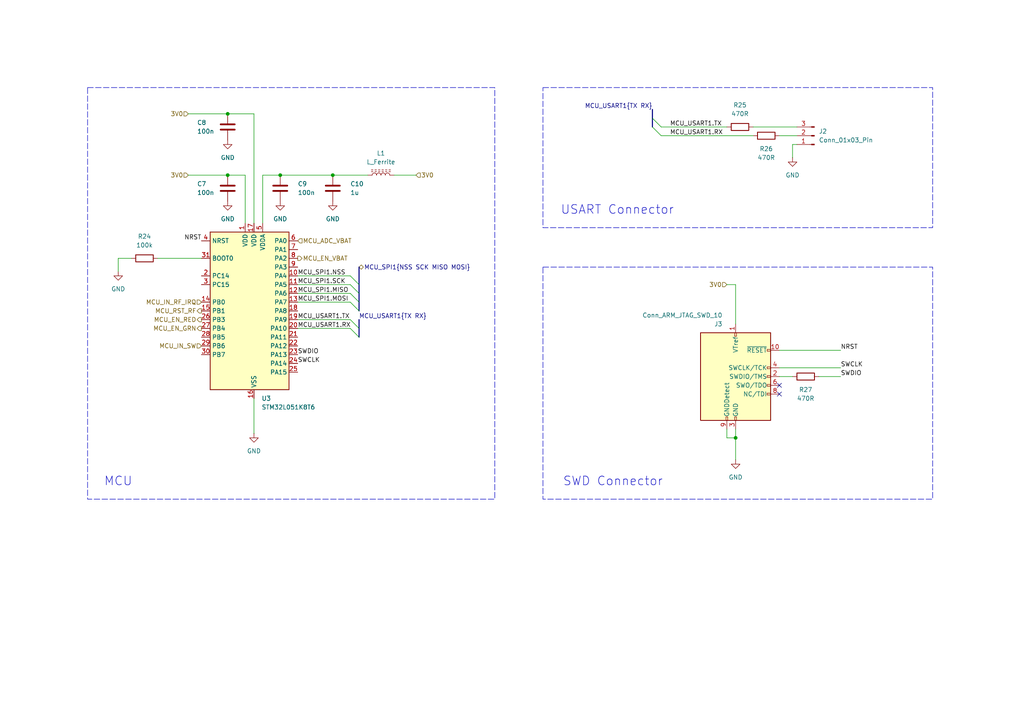
<source format=kicad_sch>
(kicad_sch (version 20231120) (generator "eeschema") (generator_version "8.0")
  (paper "A4")
  (title_block (title "Light Doorbell") (date "2024-10-21") (rev "V1.0") (company "Aalto ELEC-E8745") (comment 1 "Esteban CADIC"))
  (lib_symbols
    (symbol "PRJ_SYMBOLS:C" (pin_numbers hide) (pin_names (offset 0.254))
      (property "Reference" "C" (at 0.635 2.54 0))
      (property "Value" "C" (at 0.635 -2.54 0))
      (symbol "C_0_1"
        (polyline (pts (xy -2.032 -0.762) (xy 2.032 -0.762)) (stroke (width 0.508)))
        (polyline (pts (xy -2.032 0.762) (xy 2.032 0.762)) (stroke (width 0.508)))
      )
      (symbol "C_1_1"
        (pin passive line (at 0 3.81 270) (length 2.794) (name "~") (number "1"))
        (pin passive line (at 0 -3.81 90) (length 2.794) (name "~") (number "2"))
      )
    )
    (symbol "PRJ_SYMBOLS:Conn_01x03_Pin" (pin_names (offset 1.016) hide)
      (property "Reference" "J" (at 0 5.08 0))
      (property "Value" "Conn_01x03_Pin" (at 0 -5.08 0))
      (symbol "Conn_01x03_Pin_1_1"
        (polyline (pts (xy 1.27 -2.54) (xy 0.8636 -2.54)) (stroke (width 0.1524)))
        (polyline (pts (xy 1.27 0) (xy 0.8636 0)) (stroke (width 0.1524)))
        (polyline (pts (xy 1.27 2.54) (xy 0.8636 2.54)) (stroke (width 0.1524)))
        (rectangle (start 0.8636 -2.413) (end 0 -2.667) (stroke (width 0.1524)) (fill (type outline)))
        (rectangle (start 0.8636 0.127) (end 0 -0.127) (stroke (width 0.1524)) (fill (type outline)))
        (rectangle (start 0.8636 2.667) (end 0 2.413) (stroke (width 0.1524)) (fill (type outline)))
        (pin passive line (at 5.08 2.54 180) (length 3.81) (name "Pin_1") (number "1"))
        (pin passive line (at 5.08 0 180) (length 3.81) (name "Pin_2") (number "2"))
        (pin passive line (at 5.08 -2.54 180) (length 3.81) (name "Pin_3") (number "3"))
      )
    )
    (symbol "PRJ_SYMBOLS:Conn_ARM_JTAG_SWD_10" (pin_names (offset 1.016))
      (property "Reference" "J" (at -2.54 16.51 0))
      (property "Value" "Conn_ARM_JTAG_SWD_10" (at -2.54 13.97 0))
      (symbol "Conn_ARM_JTAG_SWD_10_0_1"
        (rectangle (start -10.16 12.7) (end 10.16 -12.7) (stroke (width 0.254)) (fill (type background)))
        (rectangle (start -2.794 -12.7) (end -2.286 -11.684))
        (rectangle (start -0.254 -12.7) (end 0.254 -11.684))
        (rectangle (start -0.254 12.7) (end 0.254 11.684))
        (rectangle (start 9.144 2.286) (end 10.16 2.794))
        (rectangle (start 10.16 -2.794) (end 9.144 -2.286))
        (rectangle (start 10.16 -0.254) (end 9.144 0.254))
        (rectangle (start 10.16 7.874) (end 9.144 7.366))
      )
      (symbol "Conn_ARM_JTAG_SWD_10_1_1"
        (rectangle (start 9.144 -5.334) (end 10.16 -4.826))
        (pin power_in line (at 0 15.24 270) (length 2.54) (name "VTref") (number "1"))
        (pin open_collector line (at 12.7 7.62 180) (length 2.54) (name "~{RESET}") (number "10"))
        (pin bidirectional line (at 12.7 0 180) (length 2.54) (name "SWDIO/TMS") (number "2"))
        (pin power_in line (at 0 -15.24 90) (length 2.54) (name "GND") (number "3"))
        (pin output line (at 12.7 2.54 180) (length 2.54) (name "SWCLK/TCK") (number "4"))
        (pin passive line (at 0 -15.24 90) (length 2.54) hide (name "GND") (number "5"))
        (pin input line (at 12.7 -2.54 180) (length 2.54) (name "SWO/TDO") (number "6"))
        (pin no_connect line (at -10.16 0 0) (length 2.54) hide (name "KEY") (number "7"))
        (pin output line (at 12.7 -5.08 180) (length 2.54) (name "NC/TDI") (number "8"))
        (pin passive line (at -2.54 -15.24 90) (length 2.54) (name "GNDDetect") (number "9"))
      )
    )
    (symbol "PRJ_SYMBOLS:GND" (power) (pin_numbers hide) (pin_names (offset 0) hide)
      (property "Value" "GND" (at 0 -3.81 0))
      (symbol "GND_0_1"
        (polyline (pts (xy 0 0) (xy 0 -1.27) (xy 1.27 -1.27) (xy 0 -2.54) (xy -1.27 -1.27) (xy 0 -1.27)))
      )
      (symbol "GND_1_1"
        (pin power_in line (at 0 0 270) (length 0) (name "~") (number "1"))
      )
    )
    (symbol "PRJ_SYMBOLS:L_Ferrite" (pin_numbers hide) (pin_names (offset 1.016) hide)
      (property "Reference" "L" (at -1.27 0 90))
      (property "Value" "L_Ferrite" (at 2.794 0 90))
      (symbol "L_Ferrite_0_1"
        (arc (start 0 -2.54) (mid 0.6323 -1.905) (end 0 -1.27))
        (arc (start 0 -1.27) (mid 0.6323 -0.635) (end 0 0))
        (polyline (pts (xy 1.016 -2.794) (xy 1.016 -2.286)))
        (polyline (pts (xy 1.016 -1.778) (xy 1.016 -1.27)))
        (polyline (pts (xy 1.016 -0.762) (xy 1.016 -0.254)))
        (polyline (pts (xy 1.016 0.254) (xy 1.016 0.762)))
        (polyline (pts (xy 1.016 1.27) (xy 1.016 1.778)))
        (polyline (pts (xy 1.016 2.286) (xy 1.016 2.794)))
        (polyline (pts (xy 1.524 -2.286) (xy 1.524 -2.794)))
        (polyline (pts (xy 1.524 -1.27) (xy 1.524 -1.778)))
        (polyline (pts (xy 1.524 -0.254) (xy 1.524 -0.762)))
        (polyline (pts (xy 1.524 0.762) (xy 1.524 0.254)))
        (polyline (pts (xy 1.524 1.778) (xy 1.524 1.27)))
        (polyline (pts (xy 1.524 2.794) (xy 1.524 2.286)))
        (arc (start 0 0) (mid 0.6323 0.635) (end 0 1.27))
        (arc (start 0 1.27) (mid 0.6323 1.905) (end 0 2.54))
      )
      (symbol "L_Ferrite_1_1"
        (pin passive line (at 0 3.81 270) (length 1.27) (name "1") (number "1"))
        (pin passive line (at 0 -3.81 90) (length 1.27) (name "2") (number "2"))
      )
    )
    (symbol "PRJ_SYMBOLS:R" (pin_numbers hide) (pin_names (offset 0))
      (property "Reference" "R" (at 2.032 0 90))
      (property "Value" "R" (at 0 0 90))
      (symbol "R_0_1"
        (rectangle (start -1.016 -2.54) (end 1.016 2.54) (stroke (width 0.254)))
      )
      (symbol "R_1_1"
        (pin passive line (at 0 3.81 270) (length 1.27) (name "~") (number "1"))
        (pin passive line (at 0 -3.81 90) (length 1.27) (name "~") (number "2"))
      )
    )
    (symbol "PRJ_SYMBOLS:STM32L051K8T6"
      (property "Reference" "U" (at -10.16 24.13 0))
      (property "Value" "STM32L051K8T6" (at 7.62 24.13 0))
      (symbol "STM32L051K8T6_0_1"
        (rectangle (start -10.16 22.86) (end 12.7 -22.86) (stroke (width 0.254)) (fill (type background)))
      )
      (symbol "STM32L051K8T6_1_1"
        (pin power_in line (at 0 25.4 270) (length 2.54) (name "VDD") (number "1"))
        (pin bidirectional line (at 15.24 10.16 180) (length 2.54) (name "PA4") (number "10"))
        (pin bidirectional line (at 15.24 7.62 180) (length 2.54) (name "PA5") (number "11"))
        (pin bidirectional line (at 15.24 5.08 180) (length 2.54) (name "PA6") (number "12"))
        (pin bidirectional line (at 15.24 2.54 180) (length 2.54) (name "PA7") (number "13"))
        (pin bidirectional line (at -12.7 2.54 0) (length 2.54) (name "PB0") (number "14"))
        (pin bidirectional line (at -12.7 0 0) (length 2.54) (name "PB1") (number "15"))
        (pin power_in line (at 2.54 -25.4 90) (length 2.54) (name "VSS") (number "16"))
        (pin power_in line (at 2.54 25.4 270) (length 2.54) (name "VDD") (number "17"))
        (pin bidirectional line (at 15.24 0 180) (length 2.54) (name "PA8") (number "18"))
        (pin bidirectional line (at 15.24 -2.54 180) (length 2.54) (name "PA9") (number "19"))
        (pin bidirectional line (at -12.7 10.16 0) (length 2.54) (name "PC14") (number "2"))
        (pin bidirectional line (at 15.24 -5.08 180) (length 2.54) (name "PA10") (number "20"))
        (pin bidirectional line (at 15.24 -7.62 180) (length 2.54) (name "PA11") (number "21"))
        (pin bidirectional line (at 15.24 -10.16 180) (length 2.54) (name "PA12") (number "22"))
        (pin bidirectional line (at 15.24 -12.7 180) (length 2.54) (name "PA13") (number "23"))
        (pin bidirectional line (at 15.24 -15.24 180) (length 2.54) (name "PA14") (number "24"))
        (pin bidirectional line (at 15.24 -17.78 180) (length 2.54) (name "PA15") (number "25"))
        (pin bidirectional line (at -12.7 -2.54 0) (length 2.54) (name "PB3") (number "26"))
        (pin bidirectional line (at -12.7 -5.08 0) (length 2.54) (name "PB4") (number "27"))
        (pin bidirectional line (at -12.7 -7.62 0) (length 2.54) (name "PB5") (number "28"))
        (pin bidirectional line (at -12.7 -10.16 0) (length 2.54) (name "PB6") (number "29"))
        (pin bidirectional line (at -12.7 7.62 0) (length 2.54) (name "PC15") (number "3"))
        (pin bidirectional line (at -12.7 -12.7 0) (length 2.54) (name "PB7") (number "30"))
        (pin input line (at -12.7 15.24 0) (length 2.54) (name "BOOT0") (number "31"))
        (pin passive line (at 2.54 -25.4 90) (length 2.54) hide (name "VSS") (number "32"))
        (pin input line (at -12.7 20.32 0) (length 2.54) (name "NRST") (number "4"))
        (pin power_in line (at 5.08 25.4 270) (length 2.54) (name "VDDA") (number "5"))
        (pin bidirectional line (at 15.24 20.32 180) (length 2.54) (name "PA0") (number "6"))
        (pin bidirectional line (at 15.24 17.78 180) (length 2.54) (name "PA1") (number "7"))
        (pin bidirectional line (at 15.24 15.24 180) (length 2.54) (name "PA2") (number "8"))
        (pin bidirectional line (at 15.24 12.7 180) (length 2.54) (name "PA3") (number "9"))
      )
    )
  )
  (junction (at 213.36 127))
  (junction (at 81.28 50.8))
  (junction (at 96.52 50.8))
  (junction (at 66.04 50.8))
  (junction (at 66.04 33.02))
  (no_connect (at 226.06 114.3))
  (no_connect (at 226.06 111.76))
  (bus_entry (at 104.14 97.79) (size -2.54 -2.54))
  (bus_entry (at 189.23 36.83) (size 2.54 2.54))
  (bus_entry (at 189.23 34.29) (size 2.54 2.54))
  (bus_entry (at 104.14 95.25) (size -2.54 -2.54))
  (bus_entry (at 104.14 82.55) (size -2.54 -2.54))
  (bus_entry (at 104.14 90.17) (size -2.54 -2.54))
  (bus_entry (at 104.14 85.09) (size -2.54 -2.54))
  (bus_entry (at 104.14 87.63) (size -2.54 -2.54))
  (wire (pts (xy 114.3 50.8) (xy 120.65 50.8)))
  (wire (pts (xy 54.61 50.8) (xy 66.04 50.8)))
  (wire (pts (xy 210.82 127) (xy 213.36 127)))
  (wire (pts (xy 45.72 74.93) (xy 58.42 74.93)))
  (wire (pts (xy 101.6 82.55) (xy 86.36 82.55)))
  (wire (pts (xy 73.66 64.77) (xy 73.66 33.02)))
  (wire (pts (xy 226.06 109.22) (xy 229.87 109.22)))
  (bus (pts (xy 104.14 95.25) (xy 104.14 97.79)))
  (wire (pts (xy 218.44 36.83) (xy 231.14 36.83)))
  (wire (pts (xy 101.6 92.71) (xy 86.36 92.71)))
  (wire (pts (xy 81.28 50.8) (xy 96.52 50.8)))
  (wire (pts (xy 34.29 78.74) (xy 34.29 74.93)))
  (wire (pts (xy 73.66 115.57) (xy 73.66 125.73)))
  (bus (pts (xy 104.14 77.47) (xy 104.14 82.55)))
  (wire (pts (xy 76.2 50.8) (xy 81.28 50.8)))
  (bus (pts (xy 189.23 34.29) (xy 189.23 36.83)))
  (wire (pts (xy 226.06 101.6) (xy 243.84 101.6)))
  (wire (pts (xy 191.77 39.37) (xy 218.44 39.37)))
  (wire (pts (xy 210.82 82.55) (xy 213.36 82.55)))
  (bus (pts (xy 104.14 92.71) (xy 104.14 95.25)))
  (wire (pts (xy 226.06 106.68) (xy 243.84 106.68)))
  (wire (pts (xy 54.61 33.02) (xy 66.04 33.02)))
  (bus (pts (xy 104.14 87.63) (xy 104.14 90.17)))
  (bus (pts (xy 189.23 31.75) (xy 189.23 34.29)))
  (wire (pts (xy 86.36 87.63) (xy 101.6 87.63)))
  (wire (pts (xy 101.6 85.09) (xy 86.36 85.09)))
  (wire (pts (xy 210.82 124.46) (xy 210.82 127)))
  (bus (pts (xy 104.14 82.55) (xy 104.14 85.09)))
  (wire (pts (xy 229.87 41.91) (xy 231.14 41.91)))
  (wire (pts (xy 213.36 124.46) (xy 213.36 127)))
  (wire (pts (xy 237.49 109.22) (xy 243.84 109.22)))
  (wire (pts (xy 213.36 127) (xy 213.36 133.35)))
  (wire (pts (xy 76.2 64.77) (xy 76.2 50.8)))
  (wire (pts (xy 34.29 74.93) (xy 38.1 74.93)))
  (wire (pts (xy 101.6 80.01) (xy 86.36 80.01)))
  (wire (pts (xy 73.66 33.02) (xy 66.04 33.02)))
  (wire (pts (xy 226.06 39.37) (xy 231.14 39.37)))
  (wire (pts (xy 191.77 36.83) (xy 210.82 36.83)))
  (wire (pts (xy 101.6 95.25) (xy 86.36 95.25)))
  (wire (pts (xy 96.52 50.8) (xy 106.68 50.8)))
  (wire (pts (xy 213.36 82.55) (xy 213.36 93.98)))
  (wire (pts (xy 71.12 64.77) (xy 71.12 50.8)))
  (bus (pts (xy 104.14 85.09) (xy 104.14 87.63)))
  (wire (pts (xy 229.87 45.72) (xy 229.87 41.91)))
  (wire (pts (xy 66.04 50.8) (xy 71.12 50.8)))
  (rectangle (start 157.48 25.4) (end 270.51 66.04) (stroke (width 0) (type dash)))
  (rectangle (start 157.48 77.47) (end 270.51 144.78) (stroke (width 0) (type dash)))
  (rectangle (start 25.4 25.4) (end 143.51 144.78) (stroke (width 0) (type dash)))
  (text "USART Connector" (at 179.07 60.96 0) (effects (font (size 2.54 2.54))))
  (text "MCU" (at 34.29 139.7 0) (effects (font (size 2.54 2.54))))
  (text "SWD Connector" (at 177.8 139.7 0) (effects (font (size 2.54 2.54))))
  (label "MCU_USART1.TX" (at 86.36 92.71 0))
  (label "SWCLK" (at 243.84 106.68 0))
  (label "SWDIO" (at 86.36 102.87 0))
  (label "MCU_SPI1.SCK" (at 86.36 82.55 0))
  (label "SWDIO" (at 243.84 109.22 0))
  (label "MCU_USART1.RX" (at 86.36 95.25 0))
  (label "MCU_USART1.TX" (at 194.31 36.83 0))
  (label "NRST" (at 243.84 101.6 0))
  (label "MCU_SPI1.NSS" (at 86.36 80.01 0))
  (label "MCU_SPI1.MISO" (at 86.36 85.09 0))
  (label "SWCLK" (at 86.36 105.41 0))
  (label "MCU_USART1{TX RX}" (at 104.14 92.71 0))
  (label "MCU_USART1.RX" (at 194.31 39.37 0))
  (label "MCU_SPI1.MOSI" (at 86.36 87.63 0))
  (label "NRST" (at 58.42 69.85 180))
  (label "MCU_USART1{TX RX}" (at 189.23 31.75 180))
  (hierarchical_label "MCU_EN_GRN" (shape output) (at 58.42 95.25 180))
  (hierarchical_label "3V0" (shape input) (at 54.61 50.8 180))
  (hierarchical_label "MCU_EN_VBAT" (shape output) (at 86.36 74.93 0))
  (hierarchical_label "MCU_ADC_VBAT" (shape input) (at 86.36 69.85 0))
  (hierarchical_label "MCU_EN_RED" (shape output) (at 58.42 92.71 180))
  (hierarchical_label "MCU_RST_RF" (shape output) (at 58.42 90.17 180))
  (hierarchical_label "MCU_IN_RF_IRQ" (shape input) (at 58.42 87.63 180))
  (hierarchical_label "3V0" (shape input) (at 210.82 82.55 180))
  (hierarchical_label "MCU_IN_SW" (shape input) (at 58.42 100.33 180))
  (hierarchical_label "3V0" (shape input) (at 54.61 33.02 180))
  (hierarchical_label "MCU_SPI1{NSS SCK MISO MOSI}" (shape bidirectional) (at 104.14 77.47 0))
  (hierarchical_label "3V0" (shape input) (at 120.65 50.8 0))
  (symbol (lib_id "PRJ_SYMBOLS:GND") (at 66.04 58.42 0) (unit 1)
    (property "Reference" "#PWR022" (effects (hide yes)))
    (property "Value" "GND" (at 66.04 63.5 0))
    (property "Description" "Power symbol creates a global label with name \"GND\" , ground" (effects (hide yes)))
  )
  (symbol (lib_id "PRJ_SYMBOLS:Conn_01x03_Pin") (at 236.22 39.37 180) (unit 1)
    (property "Reference" "J2" (at 237.49 38.0999 0) (effects (justify right)))
    (property "Value" "Conn_01x03_Pin" (at 237.49 40.6399 0) (effects (justify right)))
    (property "Description" "Generic connector, single row, 01x03, script generated" (effects (hide yes)))
  )
  (symbol (lib_id "PRJ_SYMBOLS:GND") (at 96.52 58.42 0) (unit 1)
    (property "Reference" "#PWR024" (effects (hide yes)))
    (property "Value" "GND" (at 96.52 63.5 0))
    (property "Description" "Power symbol creates a global label with name \"GND\" , ground" (effects (hide yes)))
  )
  (symbol (lib_id "PRJ_SYMBOLS:GND") (at 66.04 40.64 0) (unit 1)
    (property "Reference" "#PWR021" (effects (hide yes)))
    (property "Value" "GND" (at 66.04 45.72 0))
    (property "Description" "Power symbol creates a global label with name \"GND\" , ground" (effects (hide yes)))
  )
  (symbol (lib_id "PRJ_SYMBOLS:L_Ferrite") (at 110.49 50.8 90) (unit 1)
    (property "Reference" "L1" (at 110.49 44.45 90))
    (property "Value" "L_Ferrite" (at 110.49 46.99 90))
    (property "Description" "Inductor with ferrite core" (effects (hide yes)))
  )
  (symbol (lib_id "PRJ_SYMBOLS:GND") (at 73.66 125.73 0) (unit 1)
    (property "Reference" "#PWR026" (effects (hide yes)))
    (property "Value" "GND" (at 73.66 130.81 0))
    (property "Description" "Power symbol creates a global label with name \"GND\" , ground" (effects (hide yes)))
  )
  (symbol (lib_id "PRJ_SYMBOLS:R") (at 233.68 109.22 270) (unit 1)
    (property "Reference" "R27" (at 233.68 113.03 90))
    (property "Value" "470R" (at 233.68 115.57 90))
    (property "Description" "Resistor" (effects (hide yes)))
  )
  (symbol (lib_id "PRJ_SYMBOLS:R") (at 222.25 39.37 270) (unit 1)
    (property "Reference" "R26" (at 222.25 43.18 90))
    (property "Value" "470R" (at 222.25 45.72 90))
    (property "Description" "Resistor" (effects (hide yes)))
  )
  (symbol (lib_id "PRJ_SYMBOLS:C") (at 81.28 54.61 0) (unit 1)
    (property "Reference" "C9" (at 86.36 53.34 0) (effects (justify left)))
    (property "Value" "100n" (at 86.36 55.88 0) (effects (justify left)))
    (property "Description" "Unpolarized capacitor" (effects (hide yes)))
  )
  (symbol (lib_id "PRJ_SYMBOLS:GND") (at 81.28 58.42 0) (unit 1)
    (property "Reference" "#PWR023" (effects (hide yes)))
    (property "Value" "GND" (at 81.28 63.5 0))
    (property "Description" "Power symbol creates a global label with name \"GND\" , ground" (effects (hide yes)))
  )
  (symbol (lib_id "PRJ_SYMBOLS:R") (at 41.91 74.93 270) (unit 1)
    (property "Reference" "R24" (at 41.91 68.58 90))
    (property "Value" "100k" (at 41.91 71.12 90))
    (property "Description" "Resistor" (effects (hide yes)))
  )
  (symbol (lib_id "PRJ_SYMBOLS:R") (at 214.63 36.83 270) (unit 1)
    (property "Reference" "R25" (at 214.63 30.48 90))
    (property "Value" "470R" (at 214.63 33.02 90))
    (property "Description" "Resistor" (effects (hide yes)))
  )
  (symbol (lib_id "PRJ_SYMBOLS:Conn_ARM_JTAG_SWD_10") (at 213.36 109.22 0) (unit 1)
    (property "Reference" "J3" (at 209.55 93.98 0) (effects (justify right)))
    (property "Value" "Conn_ARM_JTAG_SWD_10" (at 209.55 91.44 0) (effects (justify right)))
    (property "Datasheet" "http://infocenter.arm.com/help/topic/com.arm.doc.ddi0314h/DDI0314H_coresight_components_trm.pdf" (effects (hide yes)))
    (property "Description" "Cortex Debug Connector, standard ARM Cortex-M SWD and JTAG interface" (effects (hide yes)))
  )
  (symbol (lib_id "PRJ_SYMBOLS:GND") (at 213.36 133.35 0) (unit 1)
    (property "Reference" "#PWR028" (effects (hide yes)))
    (property "Value" "GND" (at 213.36 138.43 0))
    (property "Description" "Power symbol creates a global label with name \"GND\" , ground" (effects (hide yes)))
  )
  (symbol (lib_id "PRJ_SYMBOLS:STM32L051K8T6") (at 71.12 90.17 0) (unit 1)
    (property "Reference" "U3" (at 75.8541 115.57 0) (effects (justify left)))
    (property "Value" "STM32L051K8T6" (at 75.8541 118.11 0) (effects (justify left)))
    (property "Footprint" "Package_QFP:LQFP-32_7x7mm_P0.8mm" (effects (hide yes)))
    (property "Datasheet" "https://eu.mouser.com/datasheet/2/389/stm32l051c6-1851259.pdf" (effects (hide yes)))
    (property "Description" "STMicroelectronics Arm Cortex-M0+ MCU, 32-64KB flash, 8KB RAM, 32 MHz, 1.65-3.6V, 25 GPIO, LQFP32" (effects (hide yes)))
  )
  (symbol (lib_id "PRJ_SYMBOLS:C") (at 66.04 54.61 0) (unit 1)
    (property "Reference" "C7" (at 57.15 53.34 0) (effects (justify left)))
    (property "Value" "100n" (at 57.15 55.88 0) (effects (justify left)))
    (property "Description" "Unpolarized capacitor" (effects (hide yes)))
  )
  (symbol (lib_id "PRJ_SYMBOLS:C") (at 66.04 36.83 0) (unit 1)
    (property "Reference" "C8" (at 57.15 35.56 0) (effects (justify left)))
    (property "Value" "100n" (at 57.15 38.1 0) (effects (justify left)))
    (property "Description" "Unpolarized capacitor" (effects (hide yes)))
  )
  (symbol (lib_id "PRJ_SYMBOLS:C") (at 96.52 54.61 0) (unit 1)
    (property "Reference" "C10" (at 101.6 53.34 0) (effects (justify left)))
    (property "Value" "1u" (at 101.6 55.88 0) (effects (justify left)))
    (property "Description" "Unpolarized capacitor" (effects (hide yes)))
  )
  (symbol (lib_id "PRJ_SYMBOLS:GND") (at 34.29 78.74 0) (unit 1)
    (property "Reference" "#PWR025" (effects (hide yes)))
    (property "Value" "GND" (at 34.29 83.82 0))
    (property "Description" "Power symbol creates a global label with name \"GND\" , ground" (effects (hide yes)))
  )
  (symbol (lib_id "PRJ_SYMBOLS:GND") (at 229.87 45.72 0) (unit 1)
    (property "Reference" "#PWR027" (effects (hide yes)))
    (property "Value" "GND" (at 229.87 50.8 0))
    (property "Description" "Power symbol creates a global label with name \"GND\" , ground" (effects (hide yes)))
  )
)
</source>
